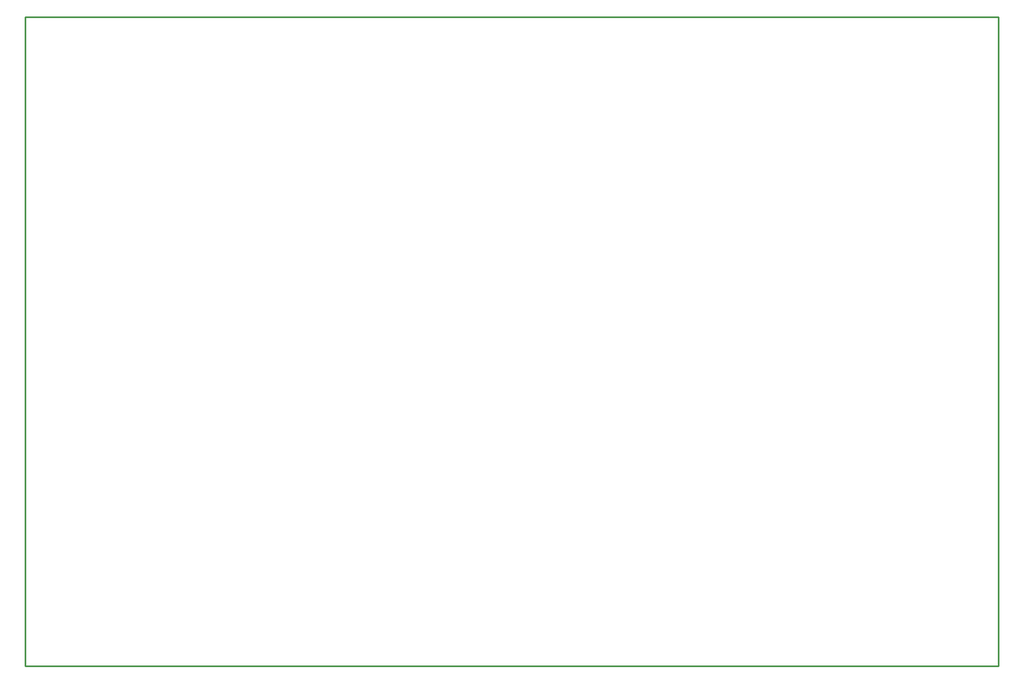
<source format=gm1>
G04 Layer_Color=16711935*
%FSLAX44Y44*%
%MOMM*%
G71*
G01*
G75*
%ADD45C,0.2540*%
D45*
X0Y0D02*
X1504950D01*
Y1003300D01*
X0D02*
X1504950D01*
X0Y0D02*
Y1003300D01*
X-0Y-0D02*
X0Y0D01*
M02*

</source>
